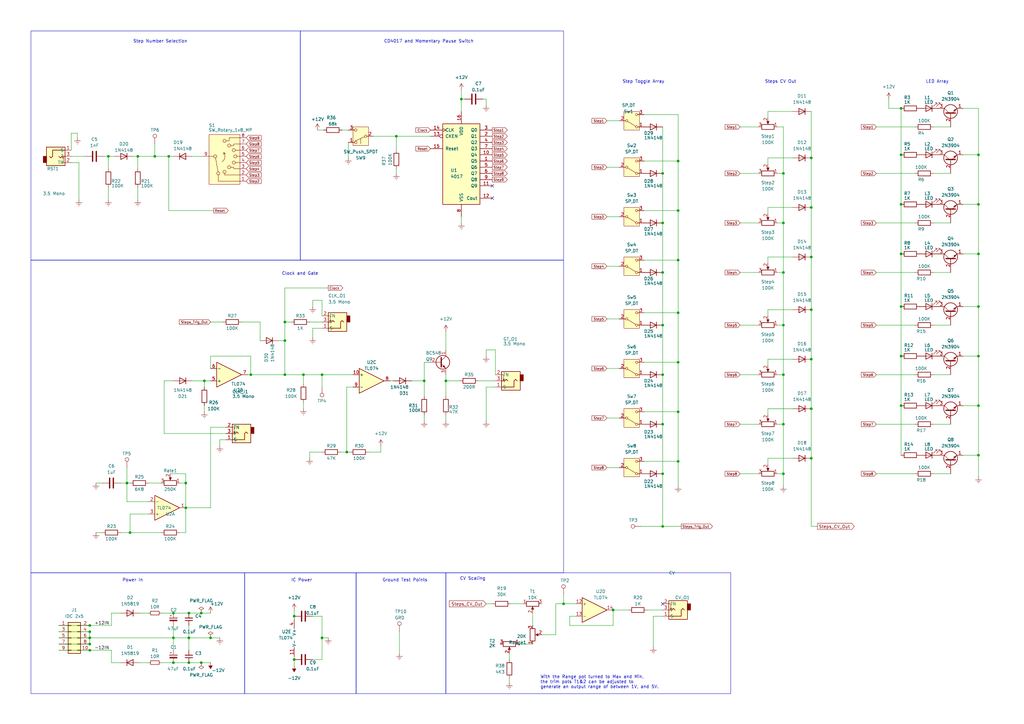
<source format=kicad_sch>
(kicad_sch (version 20230121) (generator eeschema)
  (paper "A3")
  (title_block (title "MK8 Homunculus Sequencer") (rev "v1.1"))
  (junction (at 332.74 147.32))
  (junction (at 271.78 173.99))
  (junction (at 77.47 251.46))
  (junction (at 369.57 146.05))
  (junction (at 321.31 91.44))
  (junction (at 120.65 270.51))
  (junction (at 369.57 44.45))
  (junction (at 369.57 104.14))
  (junction (at 321.31 111.76))
  (junction (at 271.78 91.44))
  (junction (at 271.78 194.31))
  (junction (at 401.32 63.5))
  (junction (at 173.99 156.21))
  (junction (at 321.31 71.12))
  (junction (at 332.74 85.09))
  (junction (at 271.78 133.35))
  (junction (at 36.83 259.08))
  (junction (at 401.32 186.69))
  (junction (at 102.87 153.67))
  (junction (at 369.57 125.73))
  (junction (at 278.13 66.04))
  (junction (at 142.24 185.42))
  (junction (at 76.2 198.12))
  (junction (at 321.31 133.35))
  (junction (at 278.13 106.68))
  (junction (at 63.5 64.135))
  (junction (at 44.45 64.135))
  (junction (at 321.31 173.99))
  (junction (at 369.57 166.37))
  (junction (at 401.32 83.82))
  (junction (at 162.56 55.88))
  (junction (at 369.57 63.5))
  (junction (at 82.55 251.46))
  (junction (at 332.74 127))
  (junction (at 71.12 251.46))
  (junction (at 321.31 194.31))
  (junction (at 132.08 261.62))
  (junction (at 189.23 40.64))
  (junction (at 231.14 247.65))
  (junction (at 321.31 153.67))
  (junction (at 401.32 146.05))
  (junction (at 116.84 132.08))
  (junction (at 332.74 64.77))
  (junction (at 278.13 148.59))
  (junction (at 124.46 153.67))
  (junction (at 271.78 71.12))
  (junction (at 332.74 167.64))
  (junction (at 71.12 261.62))
  (junction (at 278.13 189.23))
  (junction (at 52.07 198.12))
  (junction (at 82.55 271.78))
  (junction (at 132.08 153.67))
  (junction (at 278.13 128.27))
  (junction (at 369.57 83.82))
  (junction (at 278.13 86.36))
  (junction (at 36.83 261.62))
  (junction (at 332.74 105.41))
  (junction (at 36.83 256.54))
  (junction (at 182.88 156.21))
  (junction (at 332.74 187.96))
  (junction (at 77.47 261.62))
  (junction (at 77.47 271.78))
  (junction (at 401.32 104.14))
  (junction (at 271.78 215.9))
  (junction (at 401.32 166.37))
  (junction (at 278.13 168.91))
  (junction (at 251.46 250.19))
  (junction (at 271.78 153.67))
  (junction (at 271.78 111.76))
  (junction (at 71.12 271.78))
  (junction (at 401.32 125.73))
  (junction (at 56.515 64.135))
  (junction (at 36.83 264.16))
  (junction (at 86.36 261.62))
  (junction (at 83.82 156.21))
  (junction (at 116.84 139.7))
  (junction (at 116.84 153.67))
  (junction (at 69.215 64.135))
  (junction (at 76.2 208.28))
  (junction (at 53.34 218.44))
  (junction (at 36.83 266.7))
  (junction (at 120.65 252.73))
  (no_connect (at 201.93 81.28))
  (no_connect (at 201.93 76.2))
  (no_connect (at 271.78 247.65))
  (wire (pts (xy 168.91 156.21) (xy 173.99 156.21)))
  (wire (pts (xy 264.16 66.04) (xy 278.13 66.04)))
  (wire (pts (xy 71.12 271.78) (xy 77.47 271.78)))
  (wire (pts (xy 151.13 185.42) (xy 156.21 185.42)))
  (wire (pts (xy 116.84 153.67) (xy 124.46 153.67)))
  (wire (pts (xy 77.47 261.62) (xy 86.36 261.62)))
  (wire (pts (xy 86.36 208.28) (xy 76.2 208.28)))
  (wire (pts (xy 233.68 256.54) (xy 251.46 256.54)))
  (wire (pts (xy 332.74 127) (xy 332.74 147.32)))
  (wire (pts (xy 53.34 218.44) (xy 66.04 218.44)))
  (wire (pts (xy 394.97 83.82) (xy 401.32 83.82)))
  (wire (pts (xy 182.88 156.21) (xy 188.595 156.21)))
  (wire (pts (xy 127 185.42) (xy 132.08 185.42)))
  (wire (pts (xy 162.56 71.12) (xy 162.56 69.215)))
  (wire (pts (xy 248.92 151.13) (xy 254 151.13)))
  (wire (pts (xy 57.15 271.78) (xy 60.96 271.78)))
  (wire (pts (xy 264.16 168.91) (xy 278.13 168.91)))
  (wire (pts (xy 303.53 111.76) (xy 311.15 111.76)))
  (wire (pts (xy 325.12 147.32) (xy 314.96 147.32)))
  (wire (pts (xy 264.16 148.59) (xy 278.13 148.59)))
  (wire (pts (xy 36.83 261.62) (xy 71.12 261.62)))
  (wire (pts (xy 120.65 269.24) (xy 120.65 270.51)))
  (wire (pts (xy 77.47 251.46) (xy 82.55 251.46)))
  (wire (pts (xy 60.96 198.12) (xy 66.04 198.12)))
  (wire (pts (xy 401.32 63.5) (xy 401.32 83.82)))
  (wire (pts (xy 332.74 64.77) (xy 332.74 85.09)))
  (wire (pts (xy 163.83 259.08) (xy 163.83 267.97)))
  (wire (pts (xy 248.92 130.81) (xy 254 130.81)))
  (wire (pts (xy 71.12 256.54) (xy 71.12 261.62)))
  (wire (pts (xy 86.36 146.05) (xy 102.87 146.05)))
  (wire (pts (xy 208.915 278.13) (xy 208.915 280.035)))
  (wire (pts (xy 264.16 86.36) (xy 278.13 86.36)))
  (wire (pts (xy 78.74 64.135) (xy 83.185 64.135)))
  (wire (pts (xy 278.13 128.27) (xy 278.13 148.59)))
  (wire (pts (xy 231.14 247.65) (xy 236.22 247.65)))
  (wire (pts (xy 45.72 251.46) (xy 49.53 251.46)))
  (wire (pts (xy 359.41 111.76) (xy 375.285 111.76)))
  (wire (pts (xy 45.72 271.78) (xy 49.53 271.78)))
  (wire (pts (xy 278.13 189.23) (xy 278.13 199.39)))
  (wire (pts (xy 77.47 266.7) (xy 77.47 261.62)))
  (wire (pts (xy 248.92 171.45) (xy 254 171.45)))
  (wire (pts (xy 303.53 52.07) (xy 311.15 52.07)))
  (wire (pts (xy 182.88 156.21) (xy 182.88 162.56)))
  (wire (pts (xy 314.96 187.96) (xy 314.96 190.5)))
  (wire (pts (xy 128.27 270.51) (xy 132.08 270.51)))
  (wire (pts (xy 90.17 180.34) (xy 92.71 180.34)))
  (wire (pts (xy 78.74 156.21) (xy 83.82 156.21)))
  (wire (pts (xy 196.215 156.21) (xy 203.2 156.21)))
  (wire (pts (xy 83.82 166.37) (xy 83.82 168.91)))
  (wire (pts (xy 31.75 54.61) (xy 29.21 54.61)))
  (wire (pts (xy 359.41 71.12) (xy 375.285 71.12)))
  (wire (pts (xy 303.53 91.44) (xy 311.15 91.44)))
  (wire (pts (xy 82.55 251.46) (xy 86.36 251.46)))
  (wire (pts (xy 189.23 40.64) (xy 189.23 45.72)))
  (wire (pts (xy 271.78 111.76) (xy 271.78 91.44)))
  (wire (pts (xy 36.83 256.54) (xy 45.72 256.54)))
  (wire (pts (xy 127 132.08) (xy 132.08 132.08)))
  (wire (pts (xy 102.87 146.05) (xy 102.87 153.67)))
  (wire (pts (xy 76.2 218.44) (xy 76.2 208.28)))
  (wire (pts (xy 162.56 55.88) (xy 176.53 55.88)))
  (wire (pts (xy 267.97 252.73) (xy 267.97 265.43)))
  (wire (pts (xy 248.92 191.77) (xy 254 191.77)))
  (wire (pts (xy 130.175 53.34) (xy 132.715 53.34)))
  (wire (pts (xy 401.32 44.45) (xy 401.32 63.5)))
  (wire (pts (xy 116.84 132.08) (xy 116.84 118.11)))
  (wire (pts (xy 44.45 64.135) (xy 46.99 64.135)))
  (wire (pts (xy 92.71 177.8) (xy 67.31 177.8)))
  (wire (pts (xy 199.39 143.51) (xy 199.39 146.05)))
  (wire (pts (xy 321.31 71.12) (xy 318.77 71.12)))
  (wire (pts (xy 214.63 247.65) (xy 209.55 247.65)))
  (wire (pts (xy 63.5 59.055) (xy 63.5 64.135)))
  (wire (pts (xy 278.13 106.68) (xy 278.13 128.27)))
  (wire (pts (xy 173.99 162.56) (xy 173.99 156.21)))
  (wire (pts (xy 132.08 123.19) (xy 128.27 123.19)))
  (wire (pts (xy 86.36 151.13) (xy 86.36 146.05)))
  (wire (pts (xy 251.46 256.54) (xy 251.46 250.19)))
  (wire (pts (xy 49.53 218.44) (xy 53.34 218.44)))
  (wire (pts (xy 303.53 71.12) (xy 311.15 71.12)))
  (wire (pts (xy 156.21 182.88) (xy 156.21 185.42)))
  (wire (pts (xy 359.41 133.35) (xy 375.285 133.35)))
  (wire (pts (xy 359.41 194.31) (xy 375.285 194.31)))
  (wire (pts (xy 36.83 261.62) (xy 36.83 264.16)))
  (wire (pts (xy 24.13 264.16) (xy 36.83 264.16)))
  (wire (pts (xy 190.5 40.64) (xy 189.23 40.64)))
  (wire (pts (xy 45.72 256.54) (xy 45.72 251.46)))
  (wire (pts (xy 318.77 133.35) (xy 321.31 133.35)))
  (wire (pts (xy 325.12 64.77) (xy 314.96 64.77)))
  (wire (pts (xy 124.46 165.1) (xy 124.46 167.64)))
  (wire (pts (xy 67.31 156.21) (xy 71.12 156.21)))
  (wire (pts (xy 369.57 63.5) (xy 369.57 83.82)))
  (wire (pts (xy 318.77 111.76) (xy 321.31 111.76)))
  (wire (pts (xy 321.31 52.07) (xy 318.77 52.07)))
  (wire (pts (xy 71.12 251.46) (xy 77.47 251.46)))
  (wire (pts (xy 271.78 91.44) (xy 271.78 71.12)))
  (wire (pts (xy 325.12 127) (xy 314.96 127)))
  (wire (pts (xy 199.39 158.75) (xy 199.39 172.72)))
  (wire (pts (xy 132.08 252.73) (xy 132.08 261.62)))
  (wire (pts (xy 102.87 153.67) (xy 116.84 153.67)))
  (wire (pts (xy 231.14 243.84) (xy 231.14 247.65)))
  (wire (pts (xy 401.32 104.14) (xy 401.32 125.73)))
  (wire (pts (xy 173.99 148.59) (xy 173.99 156.21)))
  (wire (pts (xy 29.21 64.135) (xy 34.925 64.135)))
  (wire (pts (xy 86.36 175.26) (xy 86.36 208.28)))
  (wire (pts (xy 54.61 64.135) (xy 56.515 64.135)))
  (wire (pts (xy 116.84 118.11) (xy 134.62 118.11)))
  (wire (pts (xy 278.13 168.91) (xy 278.13 189.23)))
  (wire (pts (xy 271.78 133.35) (xy 271.78 111.76)))
  (wire (pts (xy 278.13 86.36) (xy 278.13 106.68)))
  (wire (pts (xy 73.66 198.12) (xy 76.2 198.12)))
  (wire (pts (xy 203.2 143.51) (xy 199.39 143.51)))
  (wire (pts (xy 77.47 271.78) (xy 82.55 271.78)))
  (wire (pts (xy 364.49 40.64) (xy 364.49 44.45)))
  (wire (pts (xy 325.12 105.41) (xy 314.96 105.41)))
  (wire (pts (xy 44.45 69.215) (xy 44.45 64.135)))
  (wire (pts (xy 153.035 55.88) (xy 162.56 55.88)))
  (wire (pts (xy 52.07 198.12) (xy 52.07 205.74)))
  (wire (pts (xy 52.07 205.74) (xy 60.96 205.74)))
  (wire (pts (xy 364.49 44.45) (xy 369.57 44.45)))
  (wire (pts (xy 142.24 185.42) (xy 143.51 185.42)))
  (wire (pts (xy 382.905 153.67) (xy 389.89 153.67)))
  (wire (pts (xy 321.31 71.12) (xy 321.31 52.07)))
  (wire (pts (xy 86.36 132.08) (xy 91.44 132.08)))
  (wire (pts (xy 271.78 215.9) (xy 279.4 215.9)))
  (wire (pts (xy 332.74 45.72) (xy 332.74 64.77)))
  (wire (pts (xy 264.16 128.27) (xy 278.13 128.27)))
  (wire (pts (xy 369.57 166.37) (xy 369.57 186.69)))
  (wire (pts (xy 248.92 68.58) (xy 254 68.58)))
  (wire (pts (xy 127 187.96) (xy 127 185.42)))
  (wire (pts (xy 332.74 85.09) (xy 332.74 105.41)))
  (wire (pts (xy 271.78 194.31) (xy 271.78 173.99)))
  (wire (pts (xy 160.02 156.21) (xy 161.29 156.21)))
  (wire (pts (xy 303.53 133.35) (xy 311.15 133.35)))
  (wire (pts (xy 99.06 132.08) (xy 106.68 132.08)))
  (wire (pts (xy 134.62 261.62) (xy 132.08 261.62)))
  (wire (pts (xy 140.335 53.34) (xy 142.875 53.34)))
  (wire (pts (xy 208.915 270.51) (xy 208.915 267.97)))
  (wire (pts (xy 66.04 271.78) (xy 71.12 271.78)))
  (wire (pts (xy 162.56 61.595) (xy 162.56 55.88)))
  (wire (pts (xy 132.08 153.67) (xy 132.08 158.75)))
  (wire (pts (xy 49.53 198.12) (xy 52.07 198.12)))
  (wire (pts (xy 227.965 247.65) (xy 227.965 260.35)))
  (wire (pts (xy 303.53 194.31) (xy 311.15 194.31)))
  (wire (pts (xy 267.97 252.73) (xy 271.78 252.73)))
  (wire (pts (xy 24.13 259.08) (xy 36.83 259.08)))
  (wire (pts (xy 394.97 146.05) (xy 401.32 146.05)))
  (wire (pts (xy 114.3 139.7) (xy 116.84 139.7)))
  (wire (pts (xy 359.41 173.99) (xy 375.285 173.99)))
  (wire (pts (xy 314.96 105.41) (xy 314.96 107.95)))
  (wire (pts (xy 106.68 132.08) (xy 106.68 139.7)))
  (wire (pts (xy 24.13 261.62) (xy 36.83 261.62)))
  (wire (pts (xy 173.99 148.59) (xy 175.26 148.59)))
  (wire (pts (xy 401.32 195.58) (xy 401.32 186.69)))
  (wire (pts (xy 128.27 123.19) (xy 128.27 125.73)))
  (wire (pts (xy 128.27 134.62) (xy 128.27 138.43)))
  (wire (pts (xy 182.88 170.18) (xy 182.88 172.72)))
  (wire (pts (xy 278.13 66.04) (xy 278.13 86.36)))
  (wire (pts (xy 325.12 85.09) (xy 314.96 85.09)))
  (wire (pts (xy 332.74 105.41) (xy 332.74 127)))
  (wire (pts (xy 199.39 247.65) (xy 201.93 247.65)))
  (wire (pts (xy 76.2 198.12) (xy 76.2 208.28)))
  (wire (pts (xy 382.905 111.76) (xy 389.89 111.76)))
  (wire (pts (xy 142.24 158.75) (xy 144.78 158.75)))
  (wire (pts (xy 67.31 156.21) (xy 67.31 177.8)))
  (wire (pts (xy 124.46 157.48) (xy 124.46 153.67)))
  (wire (pts (xy 32.385 66.675) (xy 32.385 81.915)))
  (wire (pts (xy 369.57 44.45) (xy 369.57 63.5)))
  (wire (pts (xy 69.85 194.31) (xy 76.2 194.31)))
  (wire (pts (xy 124.46 153.67) (xy 132.08 153.67)))
  (wire (pts (xy 83.82 156.21) (xy 83.82 158.75)))
  (wire (pts (xy 321.31 91.44) (xy 321.31 71.12)))
  (wire (pts (xy 66.04 251.46) (xy 71.12 251.46)))
  (wire (pts (xy 303.53 173.99) (xy 311.15 173.99)))
  (wire (pts (xy 321.31 194.31) (xy 321.31 199.39)))
  (wire (pts (xy 382.905 71.12) (xy 389.89 71.12)))
  (wire (pts (xy 382.905 52.07) (xy 389.89 52.07)))
  (wire (pts (xy 198.12 40.64) (xy 199.39 40.64)))
  (wire (pts (xy 359.41 52.07) (xy 375.285 52.07)))
  (wire (pts (xy 401.32 186.69) (xy 394.97 186.69)))
  (wire (pts (xy 314.96 85.09) (xy 314.96 87.63)))
  (wire (pts (xy 203.2 153.67) (xy 203.2 143.51)))
  (wire (pts (xy 82.55 271.78) (xy 86.36 271.78)))
  (wire (pts (xy 382.905 91.44) (xy 389.89 91.44)))
  (wire (pts (xy 53.34 210.82) (xy 53.34 218.44)))
  (wire (pts (xy 236.22 252.73) (xy 233.68 252.73)))
  (wire (pts (xy 401.32 146.05) (xy 401.32 166.37)))
  (wire (pts (xy 314.96 127) (xy 314.96 129.54)))
  (wire (pts (xy 314.96 45.72) (xy 325.12 45.72)))
  (wire (pts (xy 314.96 45.72) (xy 314.96 48.26)))
  (wire (pts (xy 56.515 76.835) (xy 56.515 81.915)))
  (wire (pts (xy 60.96 210.82) (xy 53.34 210.82)))
  (wire (pts (xy 139.7 185.42) (xy 142.24 185.42)))
  (wire (pts (xy 264.16 106.68) (xy 278.13 106.68)))
  (wire (pts (xy 132.08 153.67) (xy 144.78 153.67)))
  (wire (pts (xy 36.83 259.08) (xy 36.83 261.62)))
  (wire (pts (xy 359.41 91.44) (xy 375.285 91.44)))
  (wire (pts (xy 39.37 198.12) (xy 41.91 198.12)))
  (wire (pts (xy 401.32 83.82) (xy 401.32 104.14)))
  (wire (pts (xy 102.87 153.67) (xy 101.6 153.67)))
  (wire (pts (xy 39.37 218.44) (xy 41.91 218.44)))
  (wire (pts (xy 132.08 270.51) (xy 132.08 261.62)))
  (wire (pts (xy 120.65 270.51) (xy 120.65 273.05)))
  (wire (pts (xy 314.96 147.32) (xy 314.96 149.86)))
  (wire (pts (xy 69.215 64.135) (xy 69.215 86.36)))
  (wire (pts (xy 29.21 54.61) (xy 29.21 61.595)))
  (wire (pts (xy 119.38 132.08) (xy 116.84 132.08)))
  (wire (pts (xy 314.96 64.77) (xy 314.96 67.31)))
  (wire (pts (xy 248.92 88.9) (xy 254 88.9)))
  (wire (pts (xy 120.65 252.73) (xy 120.65 254)))
  (wire (pts (xy 278.13 46.99) (xy 278.13 66.04)))
  (wire (pts (xy 382.905 173.99) (xy 389.89 173.99)))
  (wire (pts (xy 86.36 261.62) (xy 90.17 261.62)))
  (wire (pts (xy 92.71 175.26) (xy 86.36 175.26)))
  (wire (pts (xy 182.88 153.67) (xy 182.88 156.21)))
  (wire (pts (xy 332.74 215.9) (xy 335.28 215.9)))
  (wire (pts (xy 262.89 215.9) (xy 271.78 215.9)))
  (wire (pts (xy 142.875 58.42) (xy 142.875 64.77)))
  (wire (pts (xy 132.08 123.19) (xy 132.08 129.54)))
  (wire (pts (xy 264.16 189.23) (xy 278.13 189.23)))
  (wire (pts (xy 382.905 133.35) (xy 389.89 133.35)))
  (wire (pts (xy 321.31 111.76) (xy 321.31 91.44)))
  (wire (pts (xy 56.515 64.135) (xy 63.5 64.135)))
  (wire (pts (xy 369.57 83.82) (xy 369.57 104.14)))
  (wire (pts (xy 271.78 194.31) (xy 271.78 215.9)))
  (wire (pts (xy 369.57 125.73) (xy 369.57 146.05)))
  (wire (pts (xy 318.77 194.31) (xy 321.31 194.31)))
  (wire (pts (xy 63.5 64.135) (xy 69.215 64.135)))
  (wire (pts (xy 199.39 40.64) (xy 199.39 43.18)))
  (wire (pts (xy 71.12 261.62) (xy 71.12 266.7)))
  (wire (pts (xy 45.72 266.7) (xy 36.83 266.7)))
  (wire (pts (xy 321.31 173.99) (xy 321.31 194.31)))
  (wire (pts (xy 218.44 251.46) (xy 218.44 256.54)))
  (wire (pts (xy 332.74 147.32) (xy 332.74 167.64)))
  (wire (pts (xy 271.78 71.12) (xy 271.78 52.07)))
  (wire (pts (xy 132.08 134.62) (xy 128.27 134.62)))
  (wire (pts (xy 394.97 166.37) (xy 401.32 166.37)))
  (wire (pts (xy 52.07 191.77) (xy 52.07 198.12)))
  (wire (pts (xy 56.515 69.215) (xy 56.515 64.135)))
  (wire (pts (xy 142.24 185.42) (xy 142.24 158.75)))
  (wire (pts (xy 321.31 91.44) (xy 318.77 91.44)))
  (wire (pts (xy 401.32 125.73) (xy 401.32 146.05)))
  (wire (pts (xy 24.13 256.54) (xy 36.83 256.54)))
  (wire (pts (xy 116.84 132.08) (xy 116.84 139.7)))
  (wire (pts (xy 394.97 63.5) (xy 401.32 63.5)))
  (wire (pts (xy 401.32 166.37) (xy 401.32 186.69)))
  (wire (pts (xy 31.75 56.515) (xy 31.75 54.61)))
  (wire (pts (xy 314.96 167.64) (xy 314.96 170.18)))
  (wire (pts (xy 42.545 64.135) (xy 44.45 64.135)))
  (wire (pts (xy 278.13 148.59) (xy 278.13 168.91)))
  (wire (pts (xy 359.41 153.67) (xy 375.285 153.67)))
  (wire (pts (xy 325.12 167.64) (xy 314.96 167.64)))
  (wire (pts (xy 203.2 158.75) (xy 199.39 158.75)))
  (wire (pts (xy 271.78 153.67) (xy 271.78 133.35)))
  (wire (pts (xy 325.12 187.96) (xy 314.96 187.96)))
  (wire (pts (xy 321.31 111.76) (xy 321.31 133.35)))
  (wire (pts (xy 271.78 173.99) (xy 271.78 153.67)))
  (wire (pts (xy 57.15 251.46) (xy 60.96 251.46)))
  (wire (pts (xy 369.57 104.14) (xy 369.57 125.73)))
  (wire (pts (xy 251.46 250.19) (xy 257.81 250.19)))
  (wire (pts (xy 69.215 64.135) (xy 71.12 64.135)))
  (wire (pts (xy 233.68 252.73) (xy 233.68 256.54)))
  (wire (pts (xy 76.2 194.31) (xy 76.2 198.12)))
  (wire (pts (xy 189.23 36.83) (xy 189.23 40.64)))
  (wire (pts (xy 73.66 218.44) (xy 76.2 218.44)))
  (wire (pts (xy 189.23 91.44) (xy 189.23 88.9)))
  (wire (pts (xy 120.65 250.19) (xy 120.65 252.73)))
  (wire (pts (xy 90.17 182.88) (xy 90.17 180.34)))
  (wire (pts (xy 332.74 187.96) (xy 332.74 215.9)))
  (wire (pts (xy 318.77 173.99) (xy 321.31 173.99)))
  (wire (pts (xy 212.725 264.16) (xy 218.44 264.16)))
  (wire (pts (xy 264.16 46.99) (xy 278.13 46.99)))
  (wire (pts (xy 52.07 198.12) (xy 53.34 198.12)))
  (wire (pts (xy 116.84 139.7) (xy 116.84 153.67)))
  (wire (pts (xy 394.97 104.14) (xy 401.32 104.14)))
  (wire (pts (xy 248.92 109.22) (xy 254 109.22)))
  (wire (pts (xy 222.25 260.35) (xy 227.965 260.35)))
  (wire (pts (xy 321.31 153.67) (xy 321.31 173.99)))
  (wire (pts (xy 332.74 167.64) (xy 332.74 187.96)))
  (wire (pts (xy 382.905 194.31) (xy 389.89 194.31)))
  (wire (pts (xy 321.31 133.35) (xy 321.31 153.67)))
  (wire (pts (xy 32.385 66.675) (xy 29.21 66.675)))
  (wire (pts (xy 227.965 247.65) (xy 231.14 247.65)))
  (wire (pts (xy 24.13 266.7) (xy 36.83 266.7)))
  (wire (pts (xy 394.97 44.45) (xy 401.32 44.45)))
  (wire (pts (xy 369.57 146.05) (xy 369.57 166.37)))
  (wire (pts (xy 45.72 271.78) (xy 45.72 266.7)))
  (wire (pts (xy 173.99 170.18) (xy 173.99 172.72)))
  (wire (pts (xy 394.97 125.73) (xy 401.32 125.73)))
  (wire (pts (xy 182.88 135.89) (xy 182.88 143.51)))
  (wire (pts (xy 128.27 252.73) (xy 132.08 252.73)))
  (wire (pts (xy 77.47 256.54) (xy 77.47 261.62)))
  (wire (pts (xy 265.43 250.19) (xy 271.78 250.19)))
  (wire (pts (xy 248.92 49.53) (xy 254 49.53)))
  (wire (pts (xy 44.45 76.835) (xy 44.45 81.915)))
  (wire (pts (xy 318.77 153.67) (xy 321.31 153.67)))
  (wire (pts (xy 303.53 153.67) (xy 311.15 153.67)))
  (wire (pts (xy 83.82 156.21) (xy 86.36 156.21)))
  (wire (pts (xy 69.215 86.36) (xy 87.63 86.36)))
  (wire (pts (xy 71.12 261.62) (xy 77.47 261.62)))
  (rectangle (start 12.7 234.95) (end 100.33 284.48))
  (rectangle (start 123.19 12.7) (end 231.14 106.68))
  (rectangle (start 146.05 234.95) (end 182.88 284.48))
  (rectangle (start 12.7 12.7) (end 123.19 106.68))
  (rectangle (start 12.7 106.68) (end 231.14 234.95))
  (rectangle (start 182.88 234.95) (end 299.72 284.48))
  (rectangle (start 100.33 234.95) (end 146.05 284.48))
  (text "IC Power" (at 119.38 238.76 0) (effects (font (size 1.27 1.27)) (justify left bottom)))
  (text "Step Toggle Array" (at 255.27 34.29 0) (effects (font (size 1.27 1.27)) (justify left bottom)))
  (text "CD4017 and Momentary Pause Switch" (at 157.48 17.78 0) (effects (font (size 1.27 1.27)) (justify left bottom)))
  (text "Steps CV Out" (at 313.69 34.29 0) (effects (font (size 1.27 1.27)) (justify left bottom)))
  (text "With the Range pot turned to Max and Min,\nthe trim pots T1&2 can be adjusted to \ngenerate an output range of between 1V, and 5V." (at 221.615 282.575 0) (effects (font (size 1.27 1.27)) (justify left bottom)))
  (text "CV Scaling\n" (at 188.595 238.125 0) (effects (font (size 1.27 1.27)) (justify left bottom)))
  (text "Power In" (at 50.165 238.76 0) (effects (font (size 1.27 1.27)) (justify left bottom)))
  (text "LED Array" (at 379.73 34.29 0) (effects (font (size 1.27 1.27)) (justify left bottom)))
  (text "Clock and Gate" (at 115.57 113.03 0) (effects (font (size 1.27 1.27)) (justify left bottom)))
  (text "Ground Test Points" (at 156.845 238.76 0) (effects (font (size 1.27 1.27)) (justify left bottom)))
  (text "Step Number Selection" (at 54.61 17.78 0) (effects (font (size 1.27 1.27)) (justify left bottom)))
  (label "-12IN" (at 38.735 266.7 0))
  (label "+12IN" (at 38.735 256.54 0))
  (global_label "Step7" (shape input) (at 303.53 173.99 180) (effects (font (size 1 1))) (property "Intersheetrefs" "${INTERSHEET_REFS}" (effects hide)))
  (global_label "Step3" (shape input) (at 359.41 91.44 180) (effects (font (size 1 1))) (property "Intersheetrefs" "${INTERSHEET_REFS}" (effects hide)))
  (global_label "Step7" (shape output) (at 201.93 68.58 0) (effects (font (size 1 1))) (property "Intersheetrefs" "${INTERSHEET_REFS}" (effects hide)))
  (global_label "Steps_CV_Out" (shape output) (at 335.28 215.9 0) (property "Intersheetrefs" "${INTERSHEET_REFS}" (effects hide)))
  (global_label "Step8" (shape input) (at 248.92 191.77 180) (effects (font (size 1 1))) (property "Intersheetrefs" "${INTERSHEET_REFS}" (effects hide)))
  (global_label "Step4" (shape input) (at 100.965 69.215 0) (effects (font (size 1 1))) (property "Intersheetrefs" "${INTERSHEET_REFS}" (effects hide)))
  (global_label "Step4" (shape input) (at 248.92 109.22 180) (effects (font (size 1 1))) (property "Intersheetrefs" "${INTERSHEET_REFS}" (effects hide)))
  (global_label "Steps_Trig_Out" (shape output) (at 279.4 215.9 0) (effects (font (size 1 1))) (property "Intersheetrefs" "${INTERSHEET_REFS}" (effects hide)))
  (global_label "Step2" (shape input) (at 303.53 71.12 180) (effects (font (size 1 1))) (property "Intersheetrefs" "${INTERSHEET_REFS}" (effects hide)))
  (global_label "Step6" (shape input) (at 248.92 151.13 180) (effects (font (size 1 1))) (property "Intersheetrefs" "${INTERSHEET_REFS}" (effects hide)))
  (global_label "Step3" (shape output) (at 201.93 58.42 0) (effects (font (size 1 1))) (property "Intersheetrefs" "${INTERSHEET_REFS}" (effects hide)))
  (global_label "Step5" (shape input) (at 100.965 66.675 0) (effects (font (size 1 1))) (property "Intersheetrefs" "${INTERSHEET_REFS}" (effects hide)))
  (global_label "Step3" (shape input) (at 248.92 88.9 180) (effects (font (size 1 1))) (property "Intersheetrefs" "${INTERSHEET_REFS}" (effects hide)))
  (global_label "Step5" (shape input) (at 359.41 133.35 180) (effects (font (size 1 1))) (property "Intersheetrefs" "${INTERSHEET_REFS}" (effects hide)))
  (global_label "Reset" (shape input) (at 176.53 60.96 180) (effects (font (size 1 1))) (property "Intersheetrefs" "${INTERSHEET_REFS}" (effects hide)))
  (global_label "Step2" (shape input) (at 359.41 71.12 180) (effects (font (size 1 1))) (property "Intersheetrefs" "${INTERSHEET_REFS}" (effects hide)))
  (global_label "Step6" (shape input) (at 303.53 153.67 180) (effects (font (size 1 1))) (property "Intersheetrefs" "${INTERSHEET_REFS}" (effects hide)))
  (global_label "Step7" (shape input) (at 359.41 173.99 180) (effects (font (size 1 1))) (property "Intersheetrefs" "${INTERSHEET_REFS}" (effects hide)))
  (global_label "Clock" (shape input) (at 176.53 53.34 180) (effects (font (size 1 1))) (property "Intersheetrefs" "${INTERSHEET_REFS}" (effects hide)))
  (global_label "Step5" (shape output) (at 201.93 63.5 0) (effects (font (size 1 1))) (property "Intersheetrefs" "${INTERSHEET_REFS}" (effects hide)))
  (global_label "Step4" (shape input) (at 359.41 111.76 180) (effects (font (size 1 1))) (property "Intersheetrefs" "${INTERSHEET_REFS}" (effects hide)))
  (global_label "Clock" (shape output) (at 134.62 118.11 0) (effects (font (size 1 1))) (property "Intersheetrefs" "${INTERSHEET_REFS}" (effects hide)))
  (global_label "Step4" (shape output) (at 201.93 60.96 0) (effects (font (size 1 1))) (property "Intersheetrefs" "${INTERSHEET_REFS}" (effects hide)))
  (global_label "Step2" (shape input) (at 100.965 74.295 0) (effects (font (size 1 1))) (property "Intersheetrefs" "${INTERSHEET_REFS}" (effects hide)))
  (global_label "Steps_Trig_Out" (shape input) (at 86.36 132.08 180) (effects (font (size 1 1))) (property "Intersheetrefs" "${INTERSHEET_REFS}" (effects hide)))
  (global_label "Step6" (shape input) (at 100.965 64.135 0) (effects (font (size 1 1))) (property "Intersheetrefs" "${INTERSHEET_REFS}" (effects hide)))
  (global_label "Step3" (shape input) (at 100.965 71.755 0) (effects (font (size 1 1))) (property "Intersheetrefs" "${INTERSHEET_REFS}" (effects hide)))
  (global_label "Step1" (shape input) (at 248.92 49.53 180) (effects (font (size 1 1))) (property "Intersheetrefs" "${INTERSHEET_REFS}" (effects hide)))
  (global_label "Step6" (shape output) (at 201.93 66.04 0) (effects (font (size 1 1))) (property "Intersheetrefs" "${INTERSHEET_REFS}" (effects hide)))
  (global_label "Step3" (shape input) (at 303.53 91.44 180) (effects (font (size 1 1))) (property "Intersheetrefs" "${INTERSHEET_REFS}" (effects hide)))
  (global_label "Step9" (shape input) (at 100.965 56.515 0) (effects (font (size 1 1))) (property "Intersheetrefs" "${INTERSHEET_REFS}" (effects hide)))
  (global_label "Step6" (shape input) (at 359.41 153.67 180) (effects (font (size 1 1))) (property "Intersheetrefs" "${INTERSHEET_REFS}" (effects hide)))
  (global_label "Step4" (shape input) (at 303.53 111.76 180) (effects (font (size 1 1))) (property "Intersheetrefs" "${INTERSHEET_REFS}" (effects hide)))
  (global_label "Steps_CV_Out" (shape input) (at 199.39 247.65 180) (property "Intersheetrefs" "${INTERSHEET_REFS}" (effects hide)))
  (global_label "Step7" (shape input) (at 248.92 171.45 180) (effects (font (size 1 1))) (property "Intersheetrefs" "${INTERSHEET_REFS}" (effects hide)))
  (global_label "Step1" (shape input) (at 359.41 52.07 180) (effects (font (size 1 1))) (property "Intersheetrefs" "${INTERSHEET_REFS}" (effects hide)))
  (global_label "Step7" (shape input) (at 100.965 61.595 0) (effects (font (size 1 1))) (property "Intersheetrefs" "${INTERSHEET_REFS}" (effects hide)))
  (global_label "Step1" (shape input) (at 303.53 52.07 180) (effects (font (size 1 1))) (property "Intersheetrefs" "${INTERSHEET_REFS}" (effects hide)))
  (global_label "Step2" (shape output) (at 201.93 55.88 0) (effects (font (size 1 1))) (property "Intersheetrefs" "${INTERSHEET_REFS}" (effects hide)))
  (global_label "Step2" (shape input) (at 248.92 68.58 180) (effects (font (size 1 1))) (property "Intersheetrefs" "${INTERSHEET_REFS}" (effects hide)))
  (global_label "Step8" (shape input) (at 303.53 194.31 180) (effects (font (size 1 1))) (property "Intersheetrefs" "${INTERSHEET_REFS}" (effects hide)))
  (global_label "Step8" (shape output) (at 201.93 71.12 0) (effects (font (size 1 1))) (property "Intersheetrefs" "${INTERSHEET_REFS}" (effects hide)))
  (global_label "Step9" (shape output) (at 201.93 73.66 0) (effects (font (size 1 1))) (property "Intersheetrefs" "${INTERSHEET_REFS}" (effects hide)))
  (global_label "Step8" (shape input) (at 100.965 59.055 0) (effects (font (size 1 1))) (property "Intersheetrefs" "${INTERSHEET_REFS}" (effects hide)))
  (global_label "Step1" (shape output) (at 201.93 53.34 0) (effects (font (size 1 1))) (property "Intersheetrefs" "${INTERSHEET_REFS}" (effects hide)))
  (global_label "Step5" (shape input) (at 303.53 133.35 180) (effects (font (size 1 1))) (property "Intersheetrefs" "${INTERSHEET_REFS}" (effects hide)))
  (global_label "Step5" (shape input) (at 248.92 130.81 180) (effects (font (size 1 1))) (property "Intersheetrefs" "${INTERSHEET_REFS}" (effects hide)))
  (global_label "Step8" (shape input) (at 359.41 194.31 180) (effects (font (size 1 1))) (property "Intersheetrefs" "${INTERSHEET_REFS}" (effects hide)))
  (global_label "Reset" (shape output) (at 87.63 86.36 0) (effects (font (size 1 1))) (property "Intersheetrefs" "${INTERSHEET_REFS}" (effects hide)))
  (symbol (lib_id "Device:LED") (at 381 83.82 180) (unit 1)
    (property "Reference" "L3" (at 380.365 79.375 0))
    (property "Value" "LED" (at 381 81.28 0))
    (property "Footprint" "LED_THT:LED_D3.0mm" (effects hide))
  )
  (symbol (lib_id "Amplifier_Operational:TL074") (at 93.98 153.67 0) (mirror x) (unit 2)
    (property "Reference" "U2" (at 97.79 160.02 0))
    (property "Value" "TL074" (at 97.79 157.48 0))
    (property "Footprint" "Package_DIP:DIP-14_W7.62mm" (effects hide))
    (property "Datasheet" "http://www.ti.com/lit/ds/symlink/tl071.pdf" (effects hide))
  )
  (symbol (lib_id "Amplifier_Operational:TL074") (at 243.84 250.19 0) (unit 4)
    (property "Reference" "U2" (at 246.38 242.57 0))
    (property "Value" "TL074" (at 246.38 245.11 0))
    (property "Footprint" "Package_DIP:DIP-14_W7.62mm" (effects hide))
    (property "Datasheet" "http://www.ti.com/lit/ds/symlink/tl071.pdf" (effects hide))
  )
  (symbol (lib_id "Switch:SW_Push_SPDT") (at 147.955 55.88 180) (unit 1)
    (property "Reference" "SW9" (at 147.955 64.77 0))
    (property "Value" "SW_Push_SPDT" (at 147.955 62.23 0))
    (property "Footprint" "My_Library:SPDT_Momentary" (effects hide))
  )
  (symbol (lib_id "Diode:1N4148") (at 328.93 64.77 180) (unit 1)
    (property "Reference" "D12" (at 328.93 58.42 0))
    (property "Value" "1N4148" (at 328.93 60.96 0))
    (property "Footprint" "My_Library:Diode_THT_P2.54mm_Vertical_KathodeUp" (effects hide))
    (property "Datasheet" "https://assets.nexperia.com/documents/data-sheet/1N4148_1N4448.pdf" (effects hide))
    (property "Sim.Device" "D" (effects hide))
    (property "Sim.Pins" "1=K 2=A" (effects hide))
  )
  (symbol (lib_id "Device:R_Potentiometer") (at 314.96 173.99 270) (mirror x) (unit 1)
    (property "Reference" "Step7" (at 314.96 177.8 90))
    (property "Value" "100K" (at 314.96 180.34 90))
    (property "Footprint" "My_Library:Potentiometer_Alpha_RD901F-40-00D_Single_Vertical" (effects hide))
  )
  (symbol (lib_id "Diode:1N4148") (at 328.93 45.72 180) (unit 1)
    (property "Reference" "D11" (at 328.93 39.37 0))
    (property "Value" "1N4148" (at 328.93 41.91 0))
    (property "Footprint" "My_Library:Diode_THT_P2.54mm_Vertical_KathodeUp" (effects hide))
    (property "Datasheet" "https://assets.nexperia.com/documents/data-sheet/1N4148_1N4448.pdf" (effects hide))
    (property "Sim.Device" "D" (effects hide))
    (property "Sim.Pins" "1=K 2=A" (effects hide))
  )
  (symbol (lib_id "4xxx:4017") (at 189.23 66.04 0) (unit 1)
    (property "Reference" "U1" (at 184.785 69.85 0) (effects (justify left)))
    (property "Value" "4017" (at 184.785 72.39 0) (effects (justify left)))
    (property "Footprint" "Package_DIP:DIP-16_W7.62mm" (effects hide))
    (property "Datasheet" "http://www.intersil.com/content/dam/Intersil/documents/cd40/cd4017bms-22bms.pdf" (effects hide))
  )
  (symbol (lib_id "power:Earth") (at 162.56 71.12 0) (unit 1)
    (property "Reference" "#PWR035" (effects hide))
    (property "Value" "Earth" (effects hide))
  )
  (symbol (lib_id "Switch:SW_SPDT") (at 259.08 49.53 0) (mirror x) (unit 1)
    (property "Reference" "Sw1" (at 257.81 45.72 0))
    (property "Value" "SP,DT" (at 257.81 43.18 0))
    (property "Footprint" "My_Library:SPDT ON-ON sw" (effects hide))
  )
  (symbol (lib_id "Device:R") (at 135.89 185.42 90) (unit 1)
    (property "Reference" "R29" (at 135.89 182.88 90))
    (property "Value" "47K" (at 135.89 187.96 90))
    (property "Footprint" "Resistor_THT:R_Axial_DIN0207_L6.3mm_D2.5mm_P2.54mm_Vertical" (effects hide))
  )
  (symbol (lib_id "Diode:1N4148") (at 267.97 153.67 180) (unit 1)
    (property "Reference" "D24" (at 266.065 156.21 0))
    (property "Value" "1N4148" (at 267.97 158.115 0))
    (property "Footprint" "My_Library:Diode_THT_P2.54mm_Vertical_KathodeUp" (effects hide))
    (property "Datasheet" "https://assets.nexperia.com/documents/data-sheet/1N4148_1N4448.pdf" (effects hide))
    (property "Sim.Device" "D" (effects hide))
    (property "Sim.Pins" "1=K 2=A" (effects hide))
  )
  (symbol (lib_id "Device:R") (at 208.915 274.32 180) (unit 1)
    (property "Reference" "R38" (at 205.105 273.05 0))
    (property "Value" "4K3" (at 205.105 275.59 0))
    (property "Footprint" "Resistor_THT:R_Axial_DIN0207_L6.3mm_D2.5mm_P2.54mm_Vertical" (effects hide))
  )
  (symbol (lib_id "Device:R") (at 379.095 71.12 90) (unit 1)
    (property "Reference" "R6" (at 377.825 73.66 90))
    (property "Value" "100K" (at 377.825 68.58 90))
    (property "Footprint" "Resistor_THT:R_Axial_DIN0207_L6.3mm_D2.5mm_P2.54mm_Vertical" (effects hide))
  )
  (symbol (lib_id "Device:LED") (at 381 186.69 180) (unit 1)
    (property "Reference" "L8" (at 380.365 182.245 0))
    (property "Value" "LED" (at 381 184.15 0))
    (property "Footprint" "LED_THT:LED_D3.0mm" (effects hide))
  )
  (symbol (lib_id "Device:R") (at 57.15 198.12 90) (mirror x) (unit 1)
    (property "Reference" "R25" (at 57.15 195.58 90))
    (property "Value" "6K8" (at 57.15 200.66 90))
    (property "Footprint" "Resistor_THT:R_Axial_DIN0207_L6.3mm_D2.5mm_P2.54mm_Vertical" (effects hide))
  )
  (symbol (lib_id "Device:R") (at 379.095 111.76 90) (unit 1)
    (property "Reference" "R10" (at 377.825 114.3 90))
    (property "Value" "100K" (at 379.095 109.22 90))
    (property "Footprint" "Resistor_THT:R_Axial_DIN0207_L6.3mm_D2.5mm_P2.54mm_Vertical" (effects hide))
  )
  (symbol (lib_id "Switch:SW_SPDT") (at 259.08 68.58 0) (mirror x) (unit 1)
    (property "Reference" "Sw2" (at 259.08 59.69 0))
    (property "Value" "SP,DT" (at 259.08 62.23 0))
    (property "Footprint" "My_Library:SPDT ON-ON sw" (effects hide))
  )
  (symbol (lib_id "My_Symbols:3.5mm_Switched_Mono_Jack") (at 24.13 69.215 0) (unit 1)
    (property "Reference" "RST1" (at 24.13 69.215 0) (effects (justify right)))
    (property "Value" "3.5 Mono" (at 26.67 79.375 0) (effects (justify right)))
    (property "Footprint" "My_Library:Connector 3.5mm Mono Switched" (effects hide))
  )
  (symbol (lib_id "Device:R") (at 45.72 218.44 90) (mirror x) (unit 1)
    (property "Reference" "R23" (at 45.72 215.9 90))
    (property "Value" "100K" (at 45.72 220.98 90))
    (property "Footprint" "Resistor_THT:R_Axial_DIN0207_L6.3mm_D2.5mm_P2.54mm_Vertical" (effects hide))
  )
  (symbol (lib_id "Diode:1N4148") (at 267.97 91.44 180) (unit 1)
    (property "Reference" "D27" (at 266.065 93.98 0))
    (property "Value" "1N4148" (at 267.97 95.885 0))
    (property "Footprint" "My_Library:Diode_THT_P2.54mm_Vertical_KathodeUp" (effects hide))
    (property "Datasheet" "https://assets.nexperia.com/documents/data-sheet/1N4148_1N4448.pdf" (effects hide))
    (property "Sim.Device" "D" (effects hide))
    (property "Sim.Pins" "1=K 2=A" (effects hide))
  )
  (symbol (lib_id "Device:R") (at 123.19 132.08 90) (unit 1)
    (property "Reference" "R33" (at 123.19 129.54 90))
    (property "Value" "1K" (at 123.19 134.62 90))
    (property "Footprint" "Resistor_THT:R_Axial_DIN0207_L6.3mm_D2.5mm_P2.54mm_Vertical" (effects hide))
  )
  (symbol (lib_id "Switch:SW_SPDT") (at 259.08 191.77 0) (mirror x) (unit 1)
    (property "Reference" "Sw8" (at 259.08 182.88 0))
    (property "Value" "SP,DT" (at 259.08 185.42 0))
    (property "Footprint" "My_Library:SPDT ON-ON sw" (effects hide))
  )
  (symbol (lib_id "power:+12V") (at 189.23 36.83 0) (unit 1)
    (property "Reference" "#PWR034" (effects hide))
    (property "Value" "+12V" (at 189.23 31.75 0))
  )
  (symbol (lib_id "Device:R") (at 379.095 153.67 90) (unit 1)
    (property "Reference" "R16" (at 377.825 156.21 90))
    (property "Value" "100K" (at 377.825 151.13 90))
    (property "Footprint" "Resistor_THT:R_Axial_DIN0207_L6.3mm_D2.5mm_P2.54mm_Vertical" (effects hide))
  )
  (symbol (lib_id "Device:R") (at 173.99 166.37 0) (unit 1)
    (property "Reference" "R31" (at 169.545 166.37 0))
    (property "Value" "100K" (at 170.18 168.275 0))
    (property "Footprint" "Resistor_THT:R_Axial_DIN0207_L6.3mm_D2.5mm_P2.54mm_Vertical" (effects hide))
  )
  (symbol (lib_id "Diode:1N4148") (at 328.93 167.64 180) (unit 1)
    (property "Reference" "D17" (at 328.93 161.29 0))
    (property "Value" "1N4148" (at 328.93 163.83 0))
    (property "Footprint" "My_Library:Diode_THT_P2.54mm_Vertical_KathodeUp" (effects hide))
    (property "Datasheet" "https://assets.nexperia.com/documents/data-sheet/1N4148_1N4448.pdf" (effects hide))
    (property "Sim.Device" "D" (effects hide))
    (property "Sim.Pins" "1=K 2=A" (effects hide))
  )
  (symbol (lib_id "power:Earth") (at 401.32 195.58 0) (unit 1)
    (property "Reference" "#PWR012" (effects hide))
    (property "Value" "Earth" (effects hide))
  )
  (symbol (lib_id "Device:R_Small") (at 63.5 271.78 90) (unit 1)
    (property "Reference" "R1" (at 63.5 266.7 90))
    (property "Value" "10R" (at 63.5 269.24 90))
    (property "Footprint" "Resistor_THT:R_Axial_DIN0207_L6.3mm_D2.5mm_P2.54mm_Vertical" (effects hide))
  )
  (symbol (lib_id "Connector_Generic:Conn_02x05_Odd_Even") (at 29.21 261.62 0) (unit 1)
    (property "Reference" "J1" (at 30.48 250.19 0))
    (property "Value" "IDC 2x5" (at 30.48 252.73 0))
    (property "Footprint" "My_Library:Eurorack Power (IDC p=2.54)_Text" (effects hide))
  )
  (symbol (lib_id "Device:C_Polarized_Small") (at 71.12 269.24 0) (unit 1)
    (property "Reference" "C1" (at 69.85 265.43 0) (effects (justify left)))
    (property "Value" "47uF" (at 68.58 274.32 0) (effects (justify left)))
    (property "Footprint" "Capacitor_THT:CP_Radial_D5.0mm_P2.50mm" (effects hide))
  )
  (symbol (lib_id "My_Symbols:3.5mm_Switched_Mono_Jack") (at 97.79 172.72 180) (unit 1)
    (property "Reference" "CLK_I1" (at 95.25 160.655 0) (effects (justify right)))
    (property "Value" "3.5 Mono" (at 95.25 162.56 0) (effects (justify right)))
    (property "Footprint" "My_Library:Connector 3.5mm Mono Switched" (effects hide))
  )
  (symbol (lib_id "Diode:1N4148") (at 50.8 64.135 0) (mirror y) (unit 1)
    (property "Reference" "D20" (at 50.8 59.055 0))
    (property "Value" "1N4148" (at 50.8 61.595 0))
    (property "Footprint" "My_Library:Diode_THT_P2.54mm_Vertical_KathodeUp" (effects hide))
    (property "Datasheet" "https://assets.nexperia.com/documents/data-sheet/1N4148_1N4448.pdf" (effects hide))
    (property "Sim.Device" "D" (effects hide))
    (property "Sim.Pins" "1=K 2=A" (effects hide))
  )
  (symbol (lib_id "Transistor_BJT:2N3904") (at 389.89 86.36 90) (unit 1)
    (property "Reference" "Q3" (at 389.89 77.47 90))
    (property "Value" "2N3904" (at 389.89 80.01 90))
    (property "Footprint" "My_Library:Transistor_TL092_Inline_Cut Silk" (effects hide))
    (property "Datasheet" "https://www.onsemi.com/pub/Collateral/2N3903-D.PDF" (effects hide))
  )
  (symbol (lib_id "Diode:1N4148") (at 267.97 133.35 180) (unit 1)
    (property "Reference" "D25" (at 266.065 135.89 0))
    (property "Value" "1N4148" (at 267.97 137.795 0))
    (property "Footprint" "My_Library:Diode_THT_P2.54mm_Vertical_KathodeUp" (effects hide))
    (property "Datasheet" "https://assets.nexperia.com/documents/data-sheet/1N4148_1N4448.pdf" (effects hide))
    (property "Sim.Device" "D" (effects hide))
    (property "Sim.Pins" "1=K 2=A" (effects hide))
  )
  (symbol (lib_id "Device:R") (at 379.095 194.31 90) (unit 1)
    (property "Reference" "R18" (at 377.825 196.85 90))
    (property "Value" "100K" (at 379.095 191.77 90))
    (property "Footprint" "Resistor_THT:R_Axial_DIN0207_L6.3mm_D2.5mm_P2.54mm_Vertical" (effects hide))
  )
  (symbol (lib_id "Diode:1N4148") (at 53.34 251.46 180) (unit 1)
    (property "Reference" "D2" (at 53.34 245.11 0))
    (property "Value" "1N5819" (at 53.34 247.65 0))
    (property "Footprint" "My_Library:Diode_THT_P2.7mm_Vertical_KathodeUp" (effects hide))
    (property "Datasheet" "https://assets.nexperia.com/documents/data-sheet/1N4148_1N4448.pdf" (effects hide))
    (property "Sim.Device" "D" (effects hide))
    (property "Sim.Pins" "1=K 2=A" (effects hide))
  )
  (symbol (lib_id "Diode:1N4148") (at 74.93 64.135 0) (mirror x) (unit 1)
    (property "Reference" "D19" (at 73.025 58.42 0))
    (property "Value" "1N4148" (at 74.93 60.96 0))
    (property "Footprint" "My_Library:Diode_THT_P2.54mm_Vertical_KathodeUp" (effects hide))
    (property "Datasheet" "https://assets.nexperia.com/documents/data-sheet/1N4148_1N4448.pdf" (effects hide))
    (property "Sim.Device" "D" (effects hide))
    (property "Sim.Pins" "1=K 2=A" (effects hide))
  )
  (symbol (lib_id "power:+12V") (at 120.65 250.19 0) (unit 1)
    (property "Reference" "#PWR031" (effects hide))
    (property "Value" "+12V" (at 120.65 245.11 0))
  )
  (symbol (lib_id "Device:R") (at 205.74 247.65 90) (unit 1)
    (property "Reference" "R19" (at 205.74 241.3 90))
    (property "Value" "30K" (at 205.74 243.84 90))
    (property "Footprint" "Resistor_THT:R_Axial_DIN0207_L6.3mm_D2.5mm_P15.24mm_Horizontal" (effects hide))
  )
  (symbol (lib_id "power:+12V") (at 156.21 182.88 0) (unit 1)
    (property "Reference" "#PWR021" (effects hide))
    (property "Value" "+12V" (at 156.21 177.8 0))
  )
  (symbol (lib_id "My_Symbols:3.5mm_Switched_Mono_Jack") (at 137.16 127 180) (unit 1)
    (property "Reference" "CLK_O1" (at 134.62 121.285 0) (effects (justify right)))
    (property "Value" "3.5 Mono" (at 134.62 123.825 0) (effects (justify right)))
    (property "Footprint" "My_Library:Connector 3.5mm Mono Switched" (effects hide))
  )
  (symbol (lib_id "Transistor_BJT:2N3904") (at 389.89 46.99 90) (unit 1)
    (property "Reference" "Q1" (at 389.89 38.1 90))
    (property "Value" "2N3904" (at 389.89 40.64 90))
    (property "Footprint" "My_Library:Transistor_TL092_Inline_Cut Silk" (effects hide))
    (property "Datasheet" "https://www.onsemi.com/pub/Collateral/2N3903-D.PDF" (effects hide))
  )
  (symbol (lib_id "Device:R") (at 373.38 146.05 90) (unit 1)
    (property "Reference" "R12" (at 372.745 141.605 90))
    (property "Value" "1K" (at 372.11 143.51 90))
    (property "Footprint" "Resistor_THT:R_Axial_DIN0207_L6.3mm_D2.5mm_P2.54mm_Vertical" (effects hide))
  )
  (symbol (lib_id "Switch:SW_SPDT") (at 259.08 151.13 0) (mirror x) (unit 1)
    (property "Reference" "Sw6" (at 259.08 142.24 0))
    (property "Value" "SP,DT" (at 259.08 144.78 0))
    (property "Footprint" "My_Library:SPDT ON-ON sw" (effects hide))
  )
  (symbol (lib_id "Device:LED") (at 381 44.45 180) (unit 1)
    (property "Reference" "L1" (at 380.365 40.005 0))
    (property "Value" "LED" (at 381 41.91 0))
    (property "Footprint" "LED_THT:LED_D3.0mm" (effects hide))
  )
  (symbol (lib_id "Device:LED") (at 381 125.73 180) (unit 1)
    (property "Reference" "L5" (at 380.365 121.285 0))
    (property "Value" "LED" (at 381 123.19 0))
    (property "Footprint" "LED_THT:LED_D3.0mm" (effects hide))
  )
  (symbol (lib_id "power:Earth") (at 90.17 261.62 0) (unit 1)
    (property "Reference" "#PWR03" (effects hide))
    (property "Value" "Earth" (effects hide))
  )
  (symbol (lib_id "Device:R") (at 83.82 162.56 0) (unit 1)
    (property "Reference" "R26" (at 87.63 165.1 0))
    (property "Value" "100K" (at 87.63 167.64 0))
    (property "Footprint" "Resistor_THT:R_Axial_DIN0207_L6.3mm_D2.5mm_P2.54mm_Vertical" (effects hide))
  )
  (symbol (lib_id "power:Earth") (at 199.39 172.72 0) (unit 1)
    (property "Reference" "#PWR028" (effects hide))
    (property "Value" "Earth" (effects hide))
  )
  (symbol (lib_id "Transistor_BJT:2N3904") (at 389.89 148.59 90) (unit 1)
    (property "Reference" "Q6" (at 389.89 139.7 90))
    (property "Value" "2N3904" (at 389.89 142.24 90))
    (property "Footprint" "My_Library:Transistor_TL092_Inline_Cut Silk" (effects hide))
    (property "Datasheet" "https://www.onsemi.com/pub/Collateral/2N3903-D.PDF" (effects hide))
  )
  (symbol (lib_id "power:Earth") (at 208.915 280.035 0) (unit 1)
    (property "Reference" "#PWR014" (effects hide))
    (property "Value" "Earth" (effects hide))
  )
  (symbol (lib_id "Diode:1N4148") (at 267.97 173.99 180) (unit 1)
    (property "Reference" "D23" (at 266.065 177.165 0))
    (property "Value" "1N4148" (at 267.97 179.07 0))
    (property "Footprint" "My_Library:Diode_THT_P2.54mm_Vertical_KathodeUp" (effects hide))
    (property "Datasheet" "https://assets.nexperia.com/documents/data-sheet/1N4148_1N4448.pdf" (effects hide))
    (property "Sim.Device" "D" (effects hide))
    (property "Sim.Pins" "1=K 2=A" (effects hide))
  )
  (symbol (lib_id "power:Earth") (at 32.385 81.915 0) (mirror y) (unit 1)
    (property "Reference" "#PWR07" (effects hide))
    (property "Value" "Earth" (effects hide))
  )
  (symbol (lib_id "power:Earth") (at 31.75 56.515 0) (mirror y) (unit 1)
    (property "Reference" "#PWR032" (effects hide))
    (property "Value" "Earth" (effects hide))
  )
  (symbol (lib_id "Device:C_Polarized_Small") (at 71.12 254 0) (unit 1)
    (property "Reference" "C2" (at 69.85 250.19 0) (effects (justify left)))
    (property "Value" "47uF" (at 68.58 257.81 0) (effects (justify left)))
    (property "Footprint" "Capacitor_THT:CP_Radial_D5.0mm_P2.50mm" (effects hide))
  )
  (symbol (lib_id "power:Earth") (at 321.31 199.39 0) (unit 1)
    (property "Reference" "#PWR013" (effects hide))
    (property "Value" "Earth" (effects hide))
  )
  (symbol (lib_id "Connector:TestPoint") (at 52.07 191.77 0) (unit 1)
    (property "Reference" "TP5" (at 50.165 186.055 0) (effects (justify left)))
    (property "Value" "D" (effects hide))
    (property "Footprint" "TestPoint:TestPoint_Pad_D1.5mm" (effects hide))
  )
  (symbol (lib_id "Diode:1N4148") (at 267.97 52.07 180) (unit 1)
    (property "Reference" "D29" (at 266.065 54.61 0))
    (property "Value" "1N4148" (at 267.97 56.515 0))
    (property "Footprint" "My_Library:Diode_THT_P2.54mm_Vertical_KathodeUp" (effects hide))
    (property "Datasheet" "https://assets.nexperia.com/documents/data-sheet/1N4148_1N4448.pdf" (effects hide))
    (property "Sim.Device" "D" (effects hide))
    (property "Sim.Pins" "1=K 2=A" (effects hide))
  )
  (symbol (lib_id "Diode:1N4148") (at 267.97 194.31 180) (unit 1)
    (property "Reference" "D22" (at 266.065 197.485 0))
    (property "Value" "1N4148" (at 267.97 199.39 0))
    (property "Footprint" "My_Library:Diode_THT_P2.54mm_Vertical_KathodeUp" (effects hide))
    (property "Datasheet" "https://assets.nexperia.com/documents/data-sheet/1N4148_1N4448.pdf" (effects hide))
    (property "Sim.Device" "D" (effects hide))
    (property "Sim.Pins" "1=K 2=A" (effects hide))
  )
  (symbol (lib_id "My_Symbols:3.5mm_Switched_Mono_Jack") (at 276.86 245.11 180) (unit 1)
    (property "Reference" "CV_O1" (at 276.86 245.11 0) (effects (justify right)))
    (property "Value" "CV" (at 274.32 234.95 0) (effects (justify right)))
    (property "Footprint" "My_Library:Connector 3.5mm Mono Switched" (effects hide))
  )
  (symbol (lib_id "Diode:1N4148") (at 328.93 85.09 180) (unit 1)
    (property "Reference" "D13" (at 328.93 78.74 0))
    (property "Value" "1N4148" (at 328.93 81.28 0))
    (property "Footprint" "My_Library:Diode_THT_P2.54mm_Vertical_KathodeUp" (effects hide))
    (property "Datasheet" "https://assets.nexperia.com/documents/data-sheet/1N4148_1N4448.pdf" (effects hide))
    (property "Sim.Device" "D" (effects hide))
    (property "Sim.Pins" "1=K 2=A" (effects hide))
  )
  (symbol (lib_id "power:Earth") (at 134.62 261.62 0) (unit 1)
    (property "Reference" "#PWR036" (effects hide))
    (property "Value" "Earth" (effects hide))
  )
  (symbol (lib_id "My_Symbols:SW_Rotary_1x8_MP") (at 93.345 64.135 0) (mirror x) (unit 1)
    (property "Reference" "S1" (at 88.265 51.435 0) (effects (justify right)))
    (property "Value" "SW_Rotary_1x8_MP" (at 103.505 53.34 0) (effects (justify right)))
    (property "Footprint" "My_Library:Rotary Switch, 1 Pole, 8 Positions" (effects hide))
  )
  (symbol (lib_id "Device:R") (at 136.525 53.34 90) (mirror x) (unit 1)
    (property "Reference" "R36" (at 135.89 48.26 90))
    (property "Value" "68k" (at 136.525 50.8 90))
    (property "Footprint" "Resistor_THT:R_Axial_DIN0207_L6.3mm_D2.5mm_P2.54mm_Vertical" (effects hide))
  )
  (symbol (lib_id "Transistor_BJT:2N3904") (at 389.89 128.27 90) (unit 1)
    (property "Reference" "Q5" (at 389.89 119.38 90))
    (property "Value" "2N3904" (at 389.89 121.92 90))
    (property "Footprint" "My_Library:Transistor_TL092_Inline_Cut Silk" (effects hide))
    (property "Datasheet" "https://www.onsemi.com/pub/Collateral/2N3903-D.PDF" (effects hide))
  )
  (symbol (lib_id "Switch:SW_SPDT") (at 259.08 109.22 0) (mirror x) (unit 1)
    (property "Reference" "Sw4" (at 259.08 100.33 0))
    (property "Value" "SP,DT" (at 259.08 102.87 0))
    (property "Footprint" "My_Library:SPDT ON-ON sw" (effects hide))
  )
  (symbol (lib_id "Device:R_Potentiometer") (at 314.96 91.44 270) (mirror x) (unit 1)
    (property "Reference" "Step3" (at 314.96 95.25 90))
    (property "Value" "100K" (at 314.96 97.79 90))
    (property "Footprint" "My_Library:Potentiometer_Alpha_RD901F-40-00D_Single_Vertical" (effects hide))
  )
  (symbol (lib_id "power:+12V") (at 130.175 53.34 0) (unit 1)
    (property "Reference" "#PWR06" (effects hide))
    (property "Value" "+12V" (at 127.635 48.895 0) (effects (justify left)))
  )
  (symbol (lib_id "Device:R_Potentiometer") (at 218.44 247.65 90) (mirror x) (unit 1)
    (property "Reference" "T1" (at 218.44 242.57 90))
    (property "Value" "10K" (at 218.44 245.11 90))
    (property "Footprint" "Potentiometer_THT:Potentiometer_Bourns_3296W_Vertical" (effects hide))
  )
  (symbol (lib_id "Device:R") (at 379.095 173.99 90) (unit 1)
    (property "Reference" "R17" (at 377.825 176.53 90))
    (property "Value" "100K" (at 377.825 171.45 90))
    (property "Footprint" "Resistor_THT:R_Axial_DIN0207_L6.3mm_D2.5mm_P2.54mm_Vertical" (effects hide))
  )
  (symbol (lib_id "Device:C") (at 124.46 252.73 90) (unit 1)
    (property "Reference" "C8" (at 128.27 248.92 90))
    (property "Value" "0.1uF" (at 128.27 251.46 90))
    (property "Footprint" "Capacitor_THT:C_Disc_D4.7mm_W2.5mm_P5.00mm" (effects hide))
  )
  (symbol (lib_id "Transistor_BJT:2N3904") (at 389.89 66.04 90) (unit 1)
    (property "Reference" "Q2" (at 389.89 57.15 90))
    (property "Value" "2N3904" (at 389.89 59.69 90))
    (property "Footprint" "My_Library:Transistor_TL092_Inline_Cut Silk" (effects hide))
    (property "Datasheet" "https://www.onsemi.com/pub/Collateral/2N3903-D.PDF" (effects hide))
  )
  (symbol (lib_id "Device:R") (at 379.095 91.44 90) (unit 1)
    (property "Reference" "R9" (at 377.825 93.98 90))
    (property "Value" "100K" (at 379.095 88.9 90))
    (property "Footprint" "Resistor_THT:R_Axial_DIN0207_L6.3mm_D2.5mm_P2.54mm_Vertical" (effects hide))
  )
  (symbol (lib_id "Device:R") (at 379.095 52.07 90) (unit 1)
    (property "Reference" "R4" (at 377.825 54.61 90))
    (property "Value" "100K" (at 379.095 49.53 90))
    (property "Footprint" "Resistor_THT:R_Axial_DIN0207_L6.3mm_D2.5mm_P2.54mm_Vertical" (effects hide))
  )
  (symbol (lib_id "power:Earth") (at 173.99 172.72 0) (unit 1)
    (property "Reference" "#PWR022" (effects hide))
    (property "Value" "Earth" (effects hide))
  )
  (symbol (lib_id "Device:R") (at 56.515 73.025 180) (unit 1)
    (property "Reference" "R21" (at 59.69 74.295 0))
    (property "Value" "100K" (at 60.325 76.2 0))
    (property "Footprint" "Resistor_THT:R_Axial_DIN0207_L6.3mm_D2.5mm_P2.54mm_Vertical" (effects hide))
  )
  (symbol (lib_id "power:Earth") (at 128.27 138.43 0) (unit 1)
    (property "Reference" "#PWR026" (effects hide))
    (property "Value" "Earth" (effects hide))
  )
  (symbol (lib_id "Device:C") (at 194.31 40.64 90) (unit 1)
    (property "Reference" "C7" (at 196.215 34.29 90))
    (property "Value" "0.1uF" (at 196.215 36.83 90))
    (property "Footprint" "Capacitor_THT:C_Disc_D4.7mm_W2.5mm_P5.00mm" (effects hide))
  )
  (symbol (lib_id "Device:R_Potentiometer") (at 314.96 111.76 270) (mirror x) (unit 1)
    (property "Reference" "Step4" (at 314.96 115.57 90))
    (property "Value" "100K" (at 314.96 118.11 90))
    (property "Footprint" "My_Library:Potentiometer_Alpha_RD901F-40-00D_Single_Vertical" (effects hide))
  )
  (symbol (lib_id "Transistor_BJT:BC548") (at 180.34 148.59 0) (unit 1)
    (property "Reference" "Q9" (at 174.625 147.32 0) (effects (justify left)))
    (property "Value" "BC548" (at 174.625 144.78 0) (effects (justify left)))
    (property "Footprint" "My_Library:Transistor_TL092_Inline_Cut Silk" (effects hide))
    (property "Datasheet" "https://www.onsemi.com/pub/Collateral/BC550-D.pdf" (effects hide))
  )
  (symbol (lib_id "Device:R") (at 373.38 44.45 90) (unit 1)
    (property "Reference" "R3" (at 372.11 40.005 90))
    (property "Value" "1K" (at 372.11 41.91 90))
    (property "Footprint" "Resistor_THT:R_Axial_DIN0207_L6.3mm_D2.5mm_P2.54mm_Vertical" (effects hide))
  )
  (symbol (lib_id "power:Earth") (at 189.23 91.44 0) (unit 1)
    (property "Reference" "#PWR033" (effects hide))
    (property "Value" "Earth" (effects hide))
  )
  (symbol (lib_id "power:PWR_FLAG") (at 86.36 261.62 0) (unit 1)
    (property "Reference" "#FLG03" (effects hide))
    (property "Value" "PWR_FLAG" (at 86.36 257.175 0))
  )
  (symbol (lib_id "Connector:TestPoint") (at 231.14 243.84 0) (unit 1)
    (property "Reference" "TP2" (at 229.87 238.125 0) (effects (justify left)))
    (property "Value" "B" (effects hide))
    (property "Footprint" "TestPoint:TestPoint_Pad_D1.5mm" (effects hide))
  )
  (symbol (lib_id "Device:R") (at 124.46 161.29 0) (unit 1)
    (property "Reference" "R28" (at 119.38 160.02 0))
    (property "Value" "100K" (at 119.38 162.56 0))
    (property "Footprint" "Resistor_THT:R_Axial_DIN0207_L6.3mm_D2.5mm_P2.54mm_Vertical" (effects hide))
  )
  (symbol (lib_id "power:Earth") (at 142.875 64.77 0) (unit 1)
    (property "Reference" "#PWR09" (effects hide))
    (property "Value" "Earth" (effects hide))
  )
  (symbol (lib_id "Device:LED") (at 381 166.37 180) (unit 1)
    (property "Reference" "L7" (at 380.365 161.925 0))
    (property "Value" "LED" (at 381 163.83 0))
    (property "Footprint" "LED_THT:LED_D3.0mm" (effects hide))
  )
  (symbol (lib_id "Device:R") (at 373.38 125.73 90) (unit 1)
    (property "Reference" "R11" (at 372.745 121.285 90))
    (property "Value" "1K" (at 372.11 123.19 90))
    (property "Footprint" "Resistor_THT:R_Axial_DIN0207_L6.3mm_D2.5mm_P2.54mm_Vertical" (effects hide))
  )
  (symbol (lib_id "Connector:TestPoint") (at 163.83 259.08 0) (unit 1)
    (property "Reference" "TP10" (at 161.925 250.825 0) (effects (justify left)))
    (property "Value" "GRD" (at 161.925 253.365 0) (effects (justify left)))
    (property "Footprint" "TestPoint:TestPoint_Bridge_Pitch2.54mm_Drill1.0mm" (effects hide))
  )
  (symbol (lib_id "Device:R_Potentiometer") (at 218.44 260.35 0) (mirror x) (unit 1)
    (property "Reference" "Range1" (at 215.9 263.525 0) (effects (justify right)))
    (property "Value" "20K" (at 215.9 260.985 0) (effects (justify right)))
    (property "Footprint" "My_Library:Potentiometer_Alpha_RD901F-40-00D_Single_Vertical" (effects hide))
  )
  (symbol (lib_id "power:Earth") (at 39.37 198.12 0) (unit 1)
    (property "Reference" "#PWR017" (effects hide))
    (property "Value" "Earth" (effects hide))
  )
  (symbol (lib_id "Device:R") (at 373.38 63.5 90) (unit 1)
    (property "Reference" "R5" (at 372.11 59.055 90))
    (property "Value" "1K" (at 372.11 60.96 90))
    (property "Footprint" "Resistor_THT:R_Axial_DIN0207_L6.3mm_D2.5mm_P2.54mm_Vertical" (effects hide))
  )
  (symbol (lib_id "Transistor_BJT:2N3904") (at 389.89 189.23 90) (unit 1)
    (property "Reference" "Q8" (at 389.89 180.34 90))
    (property "Value" "2N3904" (at 389.89 182.88 90))
    (property "Footprint" "My_Library:Transistor_TL092_Inline_Cut Silk" (effects hide))
    (property "Datasheet" "https://www.onsemi.com/pub/Collateral/2N3903-D.PDF" (effects hide))
  )
  (symbol (lib_id "Device:R") (at 182.88 166.37 180) (unit 1)
    (property "Reference" "R32" (at 186.055 167.005 0))
    (property "Value" "47K" (at 186.055 168.91 0))
    (property "Footprint" "Resistor_THT:R_Axial_DIN0207_L6.3mm_D2.5mm_P2.54mm_Vertical" (effects hide))
  )
  (symbol (lib_id "power:Earth") (at 44.45 81.915 0) (unit 1)
    (property "Reference" "#PWR015" (effects hide))
    (property "Value" "Earth" (effects hide))
  )
  (symbol (lib_id "Device:C") (at 38.735 64.135 90) (mirror x) (unit 1)
    (property "Reference" "C5" (at 38.735 57.15 90))
    (property "Value" "1nF" (at 38.735 59.69 90))
    (property "Footprint" "Capacitor_THT:C_Disc_D4.3mm_W1.9mm_P5.00mm" (effects hide))
  )
  (symbol (lib_id "Device:R_Potentiometer") (at 314.96 194.31 270) (mirror x) (unit 1)
    (property "Reference" "Step8" (at 314.96 198.12 90))
    (property "Value" "100K" (at 314.96 200.66 90))
    (property "Footprint" "My_Library:Potentiometer_Alpha_RD901F-40-00D_Single_Vertical" (effects hide))
  )
  (symbol (lib_id "Device:C_Small") (at 77.47 269.24 180) (unit 1)
    (property "Reference" "C3" (at 80.01 267.9636 0) (effects (justify right)))
    (property "Value" "0.1uF" (at 74.93 274.32 0) (effects (justify right)))
    (property "Footprint" "Capacitor_THT:C_Disc_D6.0mm_W2.5mm_P5.00mm" (effects hide))
  )
  (symbol (lib_id "Amplifier_Operational:TL074") (at 123.19 261.62 0) (unit 5)
    (property "Reference" "U2" (at 115.57 259.08 0) (effects (justify left)))
    (property "Value" "TL074" (at 114.3 261.62 0) (effects (justify left)))
    (property "Footprint" "Package_DIP:DIP-14_W7.62mm" (effects hide))
    (property "Datasheet" "http://www.ti.com/lit/ds/symlink/tl071.pdf" (effects hide))
  )
  (symbol (lib_id "Device:LED") (at 381 104.14 180) (unit 1)
    (property "Reference" "L4" (at 380.365 99.695 0))
    (property "Value" "LED" (at 381 101.6 0))
    (property "Footprint" "LED_THT:LED_D3.0mm" (effects hide))
  )
  (symbol (lib_id "Diode:1N4148") (at 267.97 71.12 180) (unit 1)
    (property "Reference" "D28" (at 266.065 74.295 0))
    (property "Value" "1N4148" (at 267.97 76.2 0))
    (property "Footprint" "My_Library:Diode_THT_P2.54mm_Vertical_KathodeUp" (effects hide))
    (property "Datasheet" "https://assets.nexperia.com/documents/data-sheet/1N4148_1N4448.pdf" (effects hide))
    (property "Sim.Device" "D" (effects hide))
    (property "Sim.Pins" "1=K 2=A" (effects hide))
  )
  (symbol (lib_id "Device:R_Potentiometer") (at 314.96 52.07 270) (mirror x) (unit 1)
    (property "Reference" "Step1" (at 314.96 55.88 90))
    (property "Value" "100K" (at 314.96 58.42 90))
    (property "Footprint" "My_Library:Potentiometer_Alpha_RD901F-40-00D_Single_Vertical" (effects hide))
  )
  (symbol (lib_id "Connector:TestPoint") (at 63.5 59.055 0) (mirror y) (unit 1)
    (property "Reference" "TP6" (at 65.405 53.34 0) (effects (justify left)))
    (property "Value" "C" (effects hide))
    (property "Footprint" "TestPoint:TestPoint_Pad_D1.5mm" (effects hide))
  )
  (symbol (lib_id "power:Earth") (at 199.39 43.18 0) (unit 1)
    (property "Reference" "#PWR037" (effects hide))
    (property "Value" "Earth" (effects hide))
  )
  (symbol (lib_id "power:Earth") (at 128.27 125.73 0) (unit 1)
    (property "Reference" "#PWR039" (effects hide))
    (property "Value" "Earth" (effects hide))
  )
  (symbol (lib_id "Device:R") (at 147.32 185.42 90) (unit 1)
    (property "Reference" "R30" (at 147.32 182.88 90))
    (property "Value" "100K" (at 147.32 187.96 90))
    (property "Footprint" "Resistor_THT:R_Axial_DIN0207_L6.3mm_D2.5mm_P2.54mm_Vertical" (effects hide))
  )
  (symbol (lib_id "Device:R") (at 379.095 133.35 90) (unit 1)
    (property "Reference" "R15" (at 377.825 135.89 90))
    (property "Value" "100K" (at 379.095 130.81 90))
    (property "Footprint" "Resistor_THT:R_Axial_DIN0207_L6.3mm_D2.5mm_P2.54mm_Vertical" (effects hide))
  )
  (symbol (lib_id "Device:R") (at 192.405 156.21 90) (unit 1)
    (property "Reference" "R35" (at 192.405 153.67 90))
    (property "Value" "200R" (at 192.405 158.75 90))
    (property "Footprint" "Resistor_THT:R_Axial_DIN0207_L6.3mm_D2.5mm_P2.54mm_Vertical" (effects hide))
  )
  (symbol (lib_id "power:Earth") (at 182.88 172.72 0) (unit 1)
    (property "Reference" "#PWR023" (effects hide))
    (property "Value" "Earth" (effects hide))
  )
  (symbol (lib_id "Diode:1N4148") (at 74.93 156.21 0) (mirror y) (unit 1)
    (property "Reference" "D21" (at 74.93 162.56 0))
    (property "Value" "1N4148" (at 74.93 160.02 0))
    (property "Footprint" "My_Library:Diode_THT_P2.54mm_Vertical_KathodeUp" (effects hide))
    (property "Datasheet" "https://assets.nexperia.com/documents/data-sheet/1N4148_1N4448.pdf" (effects hide))
    (property "Sim.Device" "D" (effects hide))
    (property "Sim.Pins" "1=K 2=A" (effects hide))
  )
  (symbol (lib_id "Diode:1N4148") (at 110.49 139.7 0) (mirror y) (unit 1)
    (property "Reference" "D30" (at 109.22 148.59 90) (effects (justify left)))
    (property "Value" "1N4148" (at 111.76 148.59 90) (effects (justify left)))
    (property "Footprint" "My_Library:Diode_THT_P2.54mm_Vertical_KathodeUp" (effects hide))
    (property "Datasheet" "https://assets.nexperia.com/documents/data-sheet/1N4148_1N4448.pdf" (effects hide))
    (property "Sim.Device" "D" (effects hide))
    (property "Sim.Pins" "1=K 2=A" (effects hide))
  )
  (symbol (lib_id "Device:R") (at 373.38 166.37 90) (unit 1)
    (property "Reference" "R13" (at 372.745 161.925 90))
    (property "Value" "1K" (at 372.11 163.83 90))
    (property "Footprint" "Resistor_THT:R_Axial_DIN0207_L6.3mm_D2.5mm_P2.54mm_Vertical" (effects hide))
  )
  (symbol (lib_id "power:+12V") (at 86.36 251.46 0) (unit 1)
    (property "Reference" "#PWR01" (effects hide))
    (property "Value" "+12V" (at 88.9 247.65 0))
  )
  (symbol (lib_id "power:Earth") (at 39.37 218.44 0) (unit 1)
    (property "Reference" "#PWR018" (effects hide))
    (property "Value" "Earth" (effects hide))
  )
  (symbol (lib_id "Device:LED") (at 381 146.05 180) (unit 1)
    (property "Reference" "L6" (at 380.365 141.605 0))
    (property "Value" "LED" (at 381 143.51 0))
    (property "Footprint" "LED_THT:LED_D3.0mm" (effects hide))
  )
  (symbol (lib_id "Diode:1N4148") (at 328.93 187.96 180) (unit 1)
    (property "Reference" "D18" (at 328.93 181.61 0))
    (property "Value" "1N4148" (at 328.93 184.15 0))
    (property "Footprint" "My_Library:Diode_THT_P2.54mm_Vertical_KathodeUp" (effects hide))
    (property "Datasheet" "https://assets.nexperia.com/documents/data-sheet/1N4148_1N4448.pdf" (effects hide))
    (property "Sim.Device" "D" (effects hide))
    (property "Sim.Pins" "1=K 2=A" (effects hide))
  )
  (symbol (lib_id "Diode:1N4148") (at 328.93 127 180) (unit 1)
    (property "Reference" "D15" (at 328.93 120.65 0))
    (property "Value" "1N4148" (at 328.93 123.19 0))
    (property "Footprint" "My_Library:Diode_THT_P2.54mm_Vertical_KathodeUp" (effects hide))
    (property "Datasheet" "https://assets.nexperia.com/documents/data-sheet/1N4148_1N4448.pdf" (effects hide))
    (property "Sim.Device" "D" (effects hide))
    (property "Sim.Pins" "1=K 2=A" (effects hide))
  )
  (symbol (lib_id "Connector:TestPoint") (at 132.08 158.75 180) (unit 1)
    (property "Reference" "TP4" (at 130.175 164.465 0) (effects (justify right)))
    (property "Value" "E" (effects hide))
    (property "Footprint" "TestPoint:TestPoint_Pad_D1.5mm" (effects hide))
  )
  (symbol (lib_id "Transistor_BJT:2N3904") (at 389.89 106.68 90) (unit 1)
    (property "Reference" "Q4" (at 389.89 97.79 90))
    (property "Value" "2N3904" (at 389.89 100.33 90))
    (property "Footprint" "My_Library:Transistor_TL092_Inline_Cut Silk" (effects hide))
    (property "Datasheet" "https://www.onsemi.com/pub/Collateral/2N3903-D.PDF" (effects hide))
  )
  (symbol (lib_id "Device:R_Potentiometer") (at 314.96 71.12 270) (mirror x) (unit 1)
    (property "Reference" "Step2" (at 314.96 74.93 90))
    (property "Value" "100K" (at 314.96 77.47 90))
    (property "Footprint" "My_Library:Potentiometer_Alpha_RD901F-40-00D_Single_Vertical" (effects hide))
  )
  (symbol (lib_id "Switch:SW_SPDT") (at 259.08 88.9 0) (mirror x) (unit 1)
    (property "Reference" "Sw3" (at 259.08 80.01 0))
    (property "Value" "SP,DT" (at 259.08 82.55 0))
    (property "Footprint" "My_Library:SPDT ON-ON sw" (effects hide))
  )
  (symbol (lib_id "power:Earth") (at 199.39 146.05 0) (unit 1)
    (property "Reference" "#PWR040" (effects hide))
    (property "Value" "Earth" (effects hide))
  )
  (symbol (lib_id "Device:R_Potentiometer") (at 208.915 264.16 270) (unit 1)
    (property "Reference" "T2" (at 201.93 262.89 90))
    (property "Value" "2K" (at 201.93 264.795 90))
    (property "Footprint" "Potentiometer_THT:Potentiometer_Bourns_3296W_Vertical" (effects hide))
  )
  (symbol (lib_id "Device:C_Small") (at 77.47 254 180) (unit 1)
    (property "Reference" "C4" (at 80.01 252.7236 0) (effects (justify right)))
    (property "Value" "0.1uF" (at 74.93 259.08 0) (effects (justify right)))
    (property "Footprint" "Capacitor_THT:C_Disc_D6.0mm_W2.5mm_P5.00mm" (effects hide))
  )
  (symbol (lib_id "power:Earth") (at 163.83 267.97 0) (unit 1)
    (property "Reference" "#PWR038" (effects hide))
    (property "Value" "Earth" (effects hide))
  )
  (symbol (lib_id "Diode:1N4148") (at 328.93 147.32 180) (unit 1)
    (property "Reference" "D16" (at 328.93 140.97 0))
    (property "Value" "1N4148" (at 328.93 143.51 0))
    (property "Footprint" "My_Library:Diode_THT_P2.54mm_Vertical_KathodeUp" (effects hide))
    (property "Datasheet" "https://assets.nexperia.com/documents/data-sheet/1N4148_1N4448.pdf" (effects hide))
    (property "Sim.Device" "D" (effects hide))
    (property "Sim.Pins" "1=K 2=A" (effects hide))
  )
  (symbol (lib_id "Device:R_Potentiometer") (at 314.96 153.67 270) (mirror x) (unit 1)
    (property "Reference" "Step6" (at 314.96 157.48 90))
    (property "Value" "100K" (at 314.96 160.02 90))
    (property "Footprint" "My_Library:Potentiometer_Alpha_RD901F-40-00D_Single_Vertical" (effects hide))
  )
  (symbol (lib_id "Connector:TestPoint") (at 262.89 215.9 90) (mirror x) (unit 1)
    (property "Reference" "TP3" (at 259.715 213.36 90))
    (property "Value" "E" (effects hide))
    (property "Footprint" "TestPoint:TestPoint_Pad_D1.5mm" (effects hide))
  )
  (symbol (lib_id "Diode:1N4148") (at 53.34 271.78 0) (unit 1)
    (property "Reference" "D1" (at 53.34 265.43 0))
    (property "Value" "1N5819" (at 53.34 267.97 0))
    (property "Footprint" "My_Library:Diode_THT_P2.7mm_Vertical_KathodeUp" (effects hide))
    (property "Datasheet" "https://assets.nexperia.com/documents/data-sheet/1N4148_1N4448.pdf" (effects hide))
    (property "Sim.Device" "D" (effects hide))
    (property "Sim.Pins" "1=K 2=A" (effects hide))
  )
  (symbol (lib_id "power:Earth") (at 56.515 81.915 0) (unit 1)
    (property "Reference" "#PWR016" (effects hide))
    (property "Value" "Earth" (effects hide))
  )
  (symbol (lib_id "power:+12V") (at 182.88 135.89 0) (unit 1)
    (property "Reference" "#PWR024" (effects hide))
    (property "Value" "+12V" (at 182.88 130.81 0))
  )
  (symbol (lib_id "power:-12V") (at 86.36 271.78 180) (unit 1)
    (property "Reference" "#PWR02" (effects hide))
    (property "Value" "-12V" (at 89.535 274.955 0))
  )
  (symbol (lib_id "Device:LED") (at 381 63.5 180) (unit 1)
    (property "Reference" "L2" (at 380.365 59.055 0))
    (property "Value" "LED" (at 381 60.96 0))
    (property "Footprint" "LED_THT:LED_D3.0mm" (effects hide))
  )
  (symbol (lib_id "Device:R_Potentiometer") (at 69.85 198.12 270) (mirror x) (unit 1)
    (property "Reference" "Rate1" (at 69.85 193.04 90))
    (property "Value" "250K" (at 69.85 200.66 90))
    (property "Footprint" "My_Library:Potentiometer_Alpha_RD901F-40-00D_Single_Vertical" (effects hide))
  )
  (symbol (lib_id "Device:R_Small") (at 63.5 251.46 90) (unit 1)
    (property "Reference" "R2" (at 63.5 246.38 90))
    (property "Value" "10R" (at 63.5 248.92 90))
    (property "Footprint" "Resistor_THT:R_Axial_DIN0207_L6.3mm_D2.5mm_P2.54mm_Vertical" (effects hide))
  )
  (symbol (lib_id "power:+12V") (at 364.49 40.64 0) (unit 1)
    (property "Reference" "#PWR04" (effects hide))
    (property "Value" "+12V" (at 364.49 35.56 0))
  )
  (symbol (lib_id "power:Earth") (at 90.17 182.88 0) (unit 1)
    (property "Reference" "#PWR027" (effects hide))
    (property "Value" "Earth" (effects hide))
  )
  (symbol (lib_id "Switch:SW_SPDT") (at 259.08 130.81 0) (mirror x) (unit 1)
    (property "Reference" "Sw5" (at 259.08 121.92 0))
    (property "Value" "SP,DT" (at 259.08 124.46 0))
    (property "Footprint" "My_Library:SPDT ON-ON sw" (effects hide))
  )
  (symbol (lib_id "Device:R") (at 261.62 250.19 90) (unit 1)
    (property "Reference" "R20" (at 261.62 245.11 90))
    (property "Value" "1K" (at 261.62 247.65 90))
    (property "Footprint" "Resistor_THT:R_Axial_DIN0207_L6.3mm_D2.5mm_P2.54mm_Vertical" (effects hide))
  )
  (symbol (lib_id "Device:R") (at 95.25 132.08 90) (mirror x) (unit 1)
    (property "Reference" "R27" (at 95.25 129.54 90))
    (property "Value" "100K" (at 95.25 134.62 90))
    (property "Footprint" "Resistor_THT:R_Axial_DIN0207_L6.3mm_D2.5mm_P2.54mm_Vertical" (effects hide))
  )
  (symbol (lib_id "power:Earth") (at 124.46 167.64 0) (unit 1)
    (property "Reference" "#PWR025" (effects hide))
    (property "Value" "Earth" (effects hide))
  )
  (symbol (lib_id "Device:R") (at 373.38 104.14 90) (unit 1)
    (property "Reference" "R8" (at 372.11 99.695 90))
    (property "Value" "1K" (at 372.11 101.6 90))
    (property "Footprint" "Resistor_THT:R_Axial_DIN0207_L6.3mm_D2.5mm_P2.54mm_Vertical" (effects hide))
  )
  (symbol (lib_id "Amplifier_Operational:TL074") (at 152.4 156.21 0) (unit 3)
    (property "Reference" "U2" (at 152.4 148.59 0))
    (property "Value" "TL074" (at 152.4 151.13 0))
    (property "Footprint" "Package_DIP:DIP-14_W7.62mm" (effects hide))
    (property "Datasheet" "http://www.ti.com/lit/ds/symlink/tl071.pdf" (effects hide))
  )
  (symbol (lib_id "Diode:1N4148") (at 267.97 111.76 180) (unit 1)
    (property "Reference" "D26" (at 266.065 114.3 0))
    (property "Value" "1N4148" (at 267.97 116.205 0))
    (property "Footprint" "My_Library:Diode_THT_P2.54mm_Vertical_KathodeUp" (effects hide))
    (property "Datasheet" "https://assets.nexperia.com/documents/data-sheet/1N4148_1N4448.pdf" (effects hide))
    (property "Sim.Device" "D" (effects hide))
    (property "Sim.Pins" "1=K 2=A" (effects hide))
  )
  (symbol (lib_id "My_Symbols:3.5mm_Switched_Mono_Jack") (at 208.28 151.13 180) (unit 1)
    (property "Reference" "GT_O1" (at 206.375 139.065 0) (effects (justify right)))
    (property "Value" "3.5 Mono" (at 206.375 140.97 0) (effects (justify right)))
    (property "Footprint" "My_Library:Connector 3.5mm Mono Switched" (effects hide))
  )
  (symbol (lib_id "Device:C") (at 124.46 270.51 90) (unit 1)
    (property "Reference" "C9" (at 128.27 271.78 90))
    (property "Value" "0.1uF" (at 128.27 274.32 90))
    (property "Footprint" "Capacitor_THT:C_Disc_D4.7mm_W2.5mm_P5.00mm" (effects hide))
  )
  (symbol (lib_id "power:Earth") (at 278.13 199.39 0) (unit 1)
    (property "Reference" "#PWR08" (effects hide))
    (property "Value" "Earth" (effects hide))
  )
  (symbol (lib_id "power:Earth") (at 267.97 265.43 0) (unit 1)
    (property "Reference" "#PWR029" (effects hide))
    (property "Value" "Earth" (effects hide))
  )
  (symbol (lib_id "power:Earth") (at 127 187.96 0) (unit 1)
    (property "Reference" "#PWR020" (effects hide))
    (property "Value" "Earth" (effects hide))
  )
  (symbol (lib_id "power:-12V") (at 120.65 273.05 180) (unit 1)
    (property "Reference" "#PWR030" (effects hide))
    (property "Value" "-12V" (at 120.65 278.13 0))
  )
  (symbol (lib_id "Switch:SW_SPDT") (at 259.08 171.45 0) (mirror x) (unit 1)
    (property "Reference" "Sw7" (at 259.08 162.56 0))
    (property "Value" "SP,DT" (at 259.08 165.1 0))
    (property "Footprint" "My_Library:SPDT ON-ON sw" (effects hide))
  )
  (symbol (lib_id "Device:C") (at 45.72 198.12 90) (unit 1)
    (property "Reference" "C6" (at 45.72 191.135 90))
    (property "Value" "1uF" (at 45.72 193.675 90))
    (property "Footprint" "Capacitor_THT:C_Disc_D4.7mm_W2.5mm_P5.00mm" (effects hide))
  )
  (symbol (lib_id "Device:R") (at 373.38 186.69 90) (unit 1)
    (property "Reference" "R14" (at 372.745 182.245 90))
    (property "Value" "1K" (at 372.11 184.15 90))
    (property "Footprint" "Resistor_THT:R_Axial_DIN0207_L6.3mm_D2.5mm_P2.54mm_Vertical" (effects hide))
  )
  (symbol (lib_id "Device:R") (at 373.38 83.82 90) (unit 1)
    (property "Reference" "R7" (at 372.11 79.375 90))
    (property "Value" "1K" (at 372.11 81.28 90))
    (property "Footprint" "Resistor_THT:R_Axial_DIN0207_L6.3mm_D2.5mm_P2.54mm_Vertical" (effects hide))
  )
  (symbol (lib_id "Diode:1N4148") (at 328.93 105.41 180) (unit 1)
    (property "Reference" "D14" (at 328.93 99.06 0))
    (property "Value" "1N4148" (at 328.93 101.6 0))
    (property "Footprint" "My_Library:Diode_THT_P2.54mm_Vertical_KathodeUp" (effects hide))
    (property "Datasheet" "https://assets.nexperia.com/documents/data-sheet/1N4148_1N4448.pdf" (effects hide))
    (property "Sim.Device" "D" (effects hide))
    (property "Sim.Pins" "1=K 2=A" (effects hide))
  )
  (symbol (lib_id "Device:R") (at 162.56 65.405 0) (mirror x) (unit 1)
    (property "Reference" "R37" (at 157.48 66.04 90))
    (property "Value" "100K" (at 160.02 65.405 90))
    (property "Footprint" "Resistor_THT:R_Axial_DIN0207_L6.3mm_D2.5mm_P2.54mm_Vertical" (effects hide))
  )
  (symbol (lib_id "Device:R_Potentiometer") (at 314.96 133.35 270) (mirror x) (unit 1)
    (property "Reference" "Step5" (at 314.96 137.16 90))
    (property "Value" "100K" (at 314.96 139.7 90))
    (property "Footprint" "My_Library:Potentiometer_Alpha_RD901F-40-00D_Single_Vertical" (effects hide))
  )
  (symbol (lib_id "Diode:1N4148") (at 165.1 156.21 0) (mirror y) (unit 1)
    (property "Reference" "D31" (at 167.64 161.29 0) (effects (justify left)))
    (property "Value" "1N4148" (at 167.64 158.75 0) (effects (justify left)))
    (property "Footprint" "My_Library:Diode_THT_P2.54mm_Vertical_KathodeUp" (effects hide))
    (property "Datasheet" "https://assets.nexperia.com/documents/data-sheet/1N4148_1N4448.pdf" (effects hide))
    (property "Sim.Device" "D" (effects hide))
    (property "Sim.Pins" "1=K 2=A" (effects hide))
  )
  (symbol (lib_id "Device:R") (at 44.45 73.025 180) (unit 1)
    (property "Reference" "R22" (at 47.625 74.295 0))
    (property "Value" "100K" (at 48.26 76.2 0))
    (property "Footprint" "Resistor_THT:R_Axial_DIN0207_L6.3mm_D2.5mm_P2.54mm_Vertical" (effects hide))
  )
  (symbol (lib_id "Transistor_BJT:2N3904") (at 389.89 168.91 90) (unit 1)
    (property "Reference" "Q7" (at 389.89 160.02 90))
    (property "Value" "2N3904" (at 389.89 162.56 90))
    (property "Footprint" "My_Library:Transistor_TL092_Inline_Cut Silk" (effects hide))
    (property "Datasheet" "https://www.onsemi.com/pub/Collateral/2N3903-D.PDF" (effects hide))
  )
  (symbol (lib_id "Device:R") (at 69.85 218.44 270) (unit 1)
    (property "Reference" "R24" (at 69.85 215.9 90))
    (property "Value" "100K" (at 69.85 220.98 90))
    (property "Footprint" "Resistor_THT:R_Axial_DIN0207_L6.3mm_D2.5mm_P2.54mm_Vertical" (effects hide))
  )
  (symbol (lib_id "power:PWR_FLAG") (at 82.55 271.78 180) (unit 1)
    (property "Reference" "#FLG02" (effects hide))
    (property "Value" "PWR_FLAG" (at 82.55 276.86 0))
  )
  (symbol (lib_id "power:PWR_FLAG") (at 82.55 251.46 0) (unit 1)
    (property "Reference" "#FLG01" (effects hide))
    (property "Value" "PWR_FLAG" (at 82.55 246.38 0))
  )
  (symbol (lib_id "Amplifier_Operational:TL074") (at 68.58 208.28 0) (mirror x) (unit 1)
    (property "Reference" "U2" (at 69.85 210.82 0))
    (property "Value" "TL074" (at 67.31 208.28 0))
    (property "Footprint" "Package_DIP:DIP-14_W7.62mm" (effects hide))
    (property "Datasheet" "http://www.ti.com/lit/ds/symlink/tl071.pdf" (effects hide))
  )
  (symbol (lib_id "power:Earth") (at 83.82 168.91 0) (mirror y) (unit 1)
    (property "Reference" "#PWR019" (effects hide))
    (property "Value" "Earth" (effects hide))
  )
)
</source>
